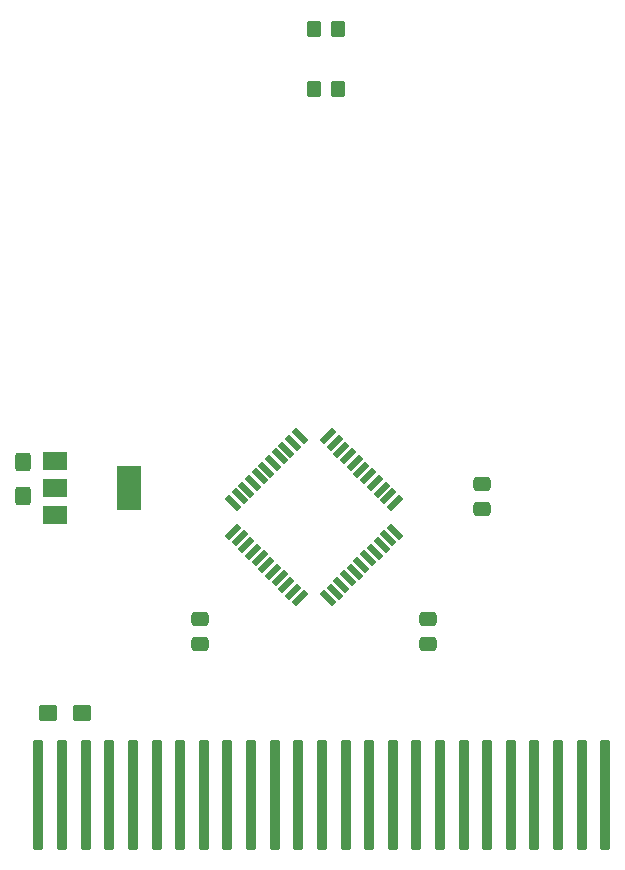
<source format=gtp>
G04 #@! TF.GenerationSoftware,KiCad,Pcbnew,6.0.2+dfsg-1*
G04 #@! TF.CreationDate,2025-05-07T10:44:27+02:00*
G04 #@! TF.ProjectId,burstcart-cpld-44,62757273-7463-4617-9274-2d63706c642d,1.1*
G04 #@! TF.SameCoordinates,Original*
G04 #@! TF.FileFunction,Paste,Top*
G04 #@! TF.FilePolarity,Positive*
%FSLAX46Y46*%
G04 Gerber Fmt 4.6, Leading zero omitted, Abs format (unit mm)*
G04 Created by KiCad (PCBNEW 6.0.2+dfsg-1) date 2025-05-07 10:44:27*
%MOMM*%
%LPD*%
G01*
G04 APERTURE LIST*
G04 Aperture macros list*
%AMRoundRect*
0 Rectangle with rounded corners*
0 $1 Rounding radius*
0 $2 $3 $4 $5 $6 $7 $8 $9 X,Y pos of 4 corners*
0 Add a 4 corners polygon primitive as box body*
4,1,4,$2,$3,$4,$5,$6,$7,$8,$9,$2,$3,0*
0 Add four circle primitives for the rounded corners*
1,1,$1+$1,$2,$3*
1,1,$1+$1,$4,$5*
1,1,$1+$1,$6,$7*
1,1,$1+$1,$8,$9*
0 Add four rect primitives between the rounded corners*
20,1,$1+$1,$2,$3,$4,$5,0*
20,1,$1+$1,$4,$5,$6,$7,0*
20,1,$1+$1,$6,$7,$8,$9,0*
20,1,$1+$1,$8,$9,$2,$3,0*%
%AMRotRect*
0 Rectangle, with rotation*
0 The origin of the aperture is its center*
0 $1 length*
0 $2 width*
0 $3 Rotation angle, in degrees counterclockwise*
0 Add horizontal line*
21,1,$1,$2,0,0,$3*%
G04 Aperture macros list end*
%ADD10R,2.000000X1.500000*%
%ADD11R,2.000000X3.800000*%
%ADD12RotRect,1.500000X0.550000X315.000000*%
%ADD13RotRect,1.500000X0.550000X45.000000*%
%ADD14RoundRect,0.250000X-0.475000X0.337500X-0.475000X-0.337500X0.475000X-0.337500X0.475000X0.337500X0*%
%ADD15RoundRect,0.112500X-0.337500X-4.512500X0.337500X-4.512500X0.337500X4.512500X-0.337500X4.512500X0*%
%ADD16RoundRect,0.250000X-0.350000X-0.450000X0.350000X-0.450000X0.350000X0.450000X-0.350000X0.450000X0*%
%ADD17RoundRect,0.250000X0.537500X0.425000X-0.537500X0.425000X-0.537500X-0.425000X0.537500X-0.425000X0*%
%ADD18RoundRect,0.250000X0.425000X-0.537500X0.425000X0.537500X-0.425000X0.537500X-0.425000X-0.537500X0*%
G04 APERTURE END LIST*
D10*
X125628000Y-109474000D03*
X125628000Y-111774000D03*
D11*
X131928000Y-111774000D03*
D10*
X125628000Y-114074000D03*
D12*
X146371918Y-107419564D03*
X145806233Y-107985250D03*
X145240548Y-108550935D03*
X144674862Y-109116620D03*
X144109177Y-109682306D03*
X143543491Y-110247991D03*
X142977806Y-110813677D03*
X142412120Y-111379362D03*
X141846435Y-111945048D03*
X141280750Y-112510733D03*
X140715064Y-113076418D03*
D13*
X140715064Y-115480582D03*
X141280750Y-116046267D03*
X141846435Y-116611952D03*
X142412120Y-117177638D03*
X142977806Y-117743323D03*
X143543491Y-118309009D03*
X144109177Y-118874694D03*
X144674862Y-119440380D03*
X145240548Y-120006065D03*
X145806233Y-120571750D03*
X146371918Y-121137436D03*
D12*
X148776082Y-121137436D03*
X149341767Y-120571750D03*
X149907452Y-120006065D03*
X150473138Y-119440380D03*
X151038823Y-118874694D03*
X151604509Y-118309009D03*
X152170194Y-117743323D03*
X152735880Y-117177638D03*
X153301565Y-116611952D03*
X153867250Y-116046267D03*
X154432936Y-115480582D03*
D13*
X154432936Y-113076418D03*
X153867250Y-112510733D03*
X153301565Y-111945048D03*
X152735880Y-111379362D03*
X152170194Y-110813677D03*
X151604509Y-110247991D03*
X151038823Y-109682306D03*
X150473138Y-109116620D03*
X149907452Y-108550935D03*
X149341767Y-107985250D03*
X148776082Y-107419564D03*
D14*
X137922000Y-122914500D03*
X137922000Y-124989500D03*
X157226000Y-122914500D03*
X157226000Y-124989500D03*
D15*
X124253100Y-137759600D03*
X126253100Y-137759600D03*
X128253100Y-137759600D03*
X130253100Y-137759600D03*
X132253100Y-137759600D03*
X134253100Y-137759600D03*
X136253100Y-137759600D03*
X138253100Y-137759600D03*
X140253100Y-137759600D03*
X142253100Y-137759600D03*
X144253100Y-137759600D03*
X146253100Y-137759600D03*
X148253100Y-137759600D03*
X150253100Y-137759600D03*
X152253100Y-137759600D03*
X154253100Y-137759600D03*
X156253100Y-137759600D03*
X158253100Y-137759600D03*
X160253100Y-137759600D03*
X162253100Y-137759600D03*
X164253100Y-137759600D03*
X166253100Y-137759600D03*
X168253100Y-137759600D03*
X170253100Y-137759600D03*
X172253100Y-137759600D03*
D16*
X147590000Y-72898000D03*
X149590000Y-72898000D03*
D17*
X127929500Y-130810000D03*
X125054500Y-130810000D03*
D18*
X122936000Y-112435500D03*
X122936000Y-109560500D03*
D16*
X147590000Y-77978000D03*
X149590000Y-77978000D03*
D14*
X161798000Y-111484500D03*
X161798000Y-113559500D03*
M02*

</source>
